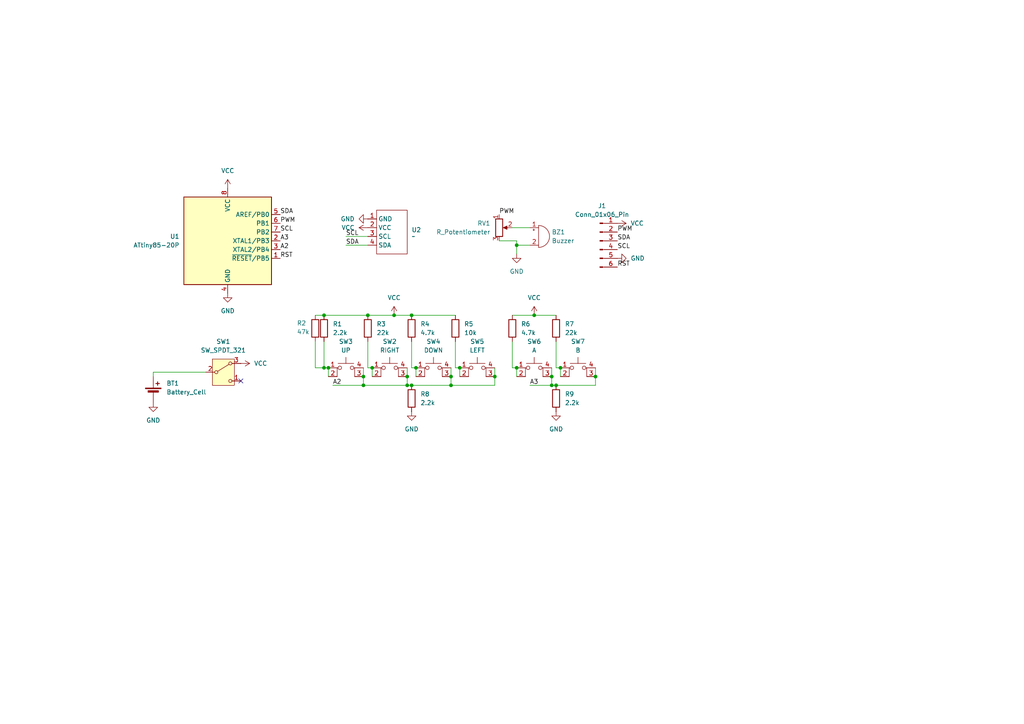
<source format=kicad_sch>
(kicad_sch (version 20231120) (generator "eeschema") (generator_version "8.0")
  (paper "A4")
  (lib_symbols
    (symbol "Connector:Conn_01x06_Pin" (pin_names (offset 1.016) hide)
      (property "Reference" "J" (at 0 7.62 0))
      (property "Value" "Conn_01x06_Pin" (at 0 -10.16 0))
      (symbol "Conn_01x06_Pin_1_1"
        (polyline (pts (xy 1.27 -7.62) (xy 0.8636 -7.62)) (stroke (width 0.1524)))
        (polyline (pts (xy 1.27 -5.08) (xy 0.8636 -5.08)) (stroke (width 0.1524)))
        (polyline (pts (xy 1.27 -2.54) (xy 0.8636 -2.54)) (stroke (width 0.1524)))
        (polyline (pts (xy 1.27 0) (xy 0.8636 0)) (stroke (width 0.1524)))
        (polyline (pts (xy 1.27 2.54) (xy 0.8636 2.54)) (stroke (width 0.1524)))
        (polyline (pts (xy 1.27 5.08) (xy 0.8636 5.08)) (stroke (width 0.1524)))
        (rectangle (start 0.8636 -7.493) (end 0 -7.747) (stroke (width 0.1524)) (fill (type outline)))
        (rectangle (start 0.8636 -4.953) (end 0 -5.207) (stroke (width 0.1524)) (fill (type outline)))
        (rectangle (start 0.8636 -2.413) (end 0 -2.667) (stroke (width 0.1524)) (fill (type outline)))
        (rectangle (start 0.8636 0.127) (end 0 -0.127) (stroke (width 0.1524)) (fill (type outline)))
        (rectangle (start 0.8636 2.667) (end 0 2.413) (stroke (width 0.1524)) (fill (type outline)))
        (rectangle (start 0.8636 5.207) (end 0 4.953) (stroke (width 0.1524)) (fill (type outline)))
        (pin passive line (at 5.08 5.08 180) (length 3.81) (name "Pin_1") (number "1"))
        (pin passive line (at 5.08 2.54 180) (length 3.81) (name "Pin_2") (number "2"))
        (pin passive line (at 5.08 0 180) (length 3.81) (name "Pin_3") (number "3"))
        (pin passive line (at 5.08 -2.54 180) (length 3.81) (name "Pin_4") (number "4"))
        (pin passive line (at 5.08 -5.08 180) (length 3.81) (name "Pin_5") (number "5"))
        (pin passive line (at 5.08 -7.62 180) (length 3.81) (name "Pin_6") (number "6"))
      )
    )
    (symbol "Device:Battery_Cell" (pin_numbers hide) (pin_names (offset 0) hide)
      (property "Reference" "BT" (at 2.54 2.54 0))
      (property "Value" "Battery_Cell" (at 2.54 0 0))
      (symbol "Battery_Cell_0_1"
        (rectangle (start -2.286 1.778) (end 2.286 1.524) (fill (type outline)))
        (rectangle (start -1.524 1.016) (end 1.524 0.508) (fill (type outline)))
        (polyline (pts (xy 0 0.762) (xy 0 0)))
        (polyline (pts (xy 0 1.778) (xy 0 2.54)))
        (polyline (pts (xy 0.762 3.048) (xy 1.778 3.048)) (stroke (width 0.254)))
        (polyline (pts (xy 1.27 3.556) (xy 1.27 2.54)) (stroke (width 0.254)))
      )
      (symbol "Battery_Cell_1_1"
        (pin passive line (at 0 5.08 270) (length 2.54) (name "+") (number "1"))
        (pin passive line (at 0 -2.54 90) (length 2.54) (name "-") (number "2"))
      )
    )
    (symbol "Device:Buzzer" (pin_names (offset 0.0254) hide)
      (property "Reference" "BZ" (at 3.81 1.27 0))
      (property "Value" "Buzzer" (at 3.81 -1.27 0))
      (symbol "Buzzer_0_1"
        (arc (start 0 -3.175) (mid 3.1612 0) (end 0 3.175))
        (polyline (pts (xy -1.651 1.905) (xy -1.143 1.905)))
        (polyline (pts (xy -1.397 2.159) (xy -1.397 1.651)))
        (polyline (pts (xy 0 3.175) (xy 0 -3.175)))
      )
      (symbol "Buzzer_1_1"
        (pin passive line (at -2.54 2.54 0) (length 2.54) (name "+") (number "1"))
        (pin passive line (at -2.54 -2.54 0) (length 2.54) (name "-") (number "2"))
      )
    )
    (symbol "Device:R" (pin_numbers hide) (pin_names (offset 0))
      (property "Reference" "R" (at 2.032 0 90))
      (property "Value" "R" (at 0 0 90))
      (symbol "R_0_1"
        (rectangle (start -1.016 -2.54) (end 1.016 2.54) (stroke (width 0.254)))
      )
      (symbol "R_1_1"
        (pin passive line (at 0 3.81 270) (length 1.27) (name "~") (number "1"))
        (pin passive line (at 0 -3.81 90) (length 1.27) (name "~") (number "2"))
      )
    )
    (symbol "Device:R_Potentiometer" (pin_names (offset 1.016) hide)
      (property "Reference" "RV" (at -4.445 0 90))
      (property "Value" "R_Potentiometer" (at -2.54 0 90))
      (symbol "R_Potentiometer_0_1"
        (polyline (pts (xy 2.54 0) (xy 1.524 0)))
        (polyline (pts (xy 1.143 0) (xy 2.286 0.508) (xy 2.286 -0.508) (xy 1.143 0)) (fill (type outline)))
        (rectangle (start 1.016 2.54) (end -1.016 -2.54) (stroke (width 0.254)))
      )
      (symbol "R_Potentiometer_1_1"
        (pin passive line (at 0 3.81 270) (length 1.27) (name "1") (number "1"))
        (pin passive line (at 3.81 0 180) (length 1.27) (name "2") (number "2"))
        (pin passive line (at 0 -3.81 90) (length 1.27) (name "3") (number "3"))
      )
    )
    (symbol "MCU_Microchip_ATtiny:ATtiny85-20P"
      (property "Reference" "U" (at -12.7 13.97 0))
      (property "Value" "ATtiny85-20P" (at 2.54 -13.97 0))
      (symbol "ATtiny85-20P_0_1"
        (rectangle (start -12.7 -12.7) (end 12.7 12.7) (stroke (width 0.254)) (fill (type background)))
      )
      (symbol "ATtiny85-20P_1_1"
        (pin bidirectional line (at 15.24 -5.08 180) (length 2.54) (name "~{RESET}/PB5") (number "1"))
        (pin bidirectional line (at 15.24 0 180) (length 2.54) (name "XTAL1/PB3") (number "2"))
        (pin bidirectional line (at 15.24 -2.54 180) (length 2.54) (name "XTAL2/PB4") (number "3"))
        (pin power_in line (at 0 -15.24 90) (length 2.54) (name "GND") (number "4"))
        (pin bidirectional line (at 15.24 7.62 180) (length 2.54) (name "AREF/PB0") (number "5"))
        (pin bidirectional line (at 15.24 5.08 180) (length 2.54) (name "PB1") (number "6"))
        (pin bidirectional line (at 15.24 2.54 180) (length 2.54) (name "PB2") (number "7"))
        (pin power_in line (at 0 15.24 270) (length 2.54) (name "VCC") (number "8"))
      )
    )
    (symbol "Switch:SW_MEC_5E" (pin_names (offset 1.016) hide)
      (property "Reference" "SW" (at 0.635 5.715 0))
      (property "Value" "SW_MEC_5E" (at 0 -3.175 0))
      (symbol "SW_MEC_5E_0_1"
        (circle (center -1.778 2.54) (radius 0.508))
        (polyline (pts (xy -2.286 3.81) (xy 2.286 3.81)))
        (polyline (pts (xy 0 3.81) (xy 0 5.588)))
        (polyline (pts (xy -2.54 0) (xy -2.54 2.54) (xy -2.286 2.54)))
        (polyline (pts (xy 2.54 0) (xy 2.54 2.54) (xy 2.286 2.54)))
        (circle (center 1.778 2.54) (radius 0.508))
        (pin passive line (at -5.08 2.54 0) (length 2.54) (name "1") (number "1"))
        (pin passive line (at -5.08 0 0) (length 2.54) (name "2") (number "2"))
        (pin passive line (at 5.08 0 180) (length 2.54) (name "K") (number "3"))
        (pin passive line (at 5.08 2.54 180) (length 2.54) (name "A") (number "4"))
      )
    )
    (symbol "Switch:SW_SPDT_321" (pin_names (offset 1) hide)
      (property "Reference" "SW" (at 0 5.08 0))
      (property "Value" "SW_SPDT_321" (at 0 -5.08 0))
      (symbol "SW_SPDT_321_0_1"
        (circle (center -2.032 0) (radius 0.4572))
        (polyline (pts (xy -1.651 0.254) (xy 1.651 2.286)))
        (circle (center 2.032 -2.54) (radius 0.4572))
        (circle (center 2.032 2.54) (radius 0.4572))
      )
      (symbol "SW_SPDT_321_1_1"
        (rectangle (start -3.175 3.81) (end 3.175 -3.81) (fill (type background)))
        (pin passive line (at 5.08 -2.54 180) (length 2.54) (name "C") (number "1"))
        (pin passive line (at -5.08 0 0) (length 2.54) (name "B") (number "2"))
        (pin passive line (at 5.08 2.54 180) (length 2.54) (name "A") (number "3"))
      )
    )
    (symbol "display:oled_0.96"
      (property "Reference" "U" (at 0 0 0))
      (symbol "oled_0.96_0_1"
        (rectangle (start -3.81 -1.27) (end 5.08 -13.97))
      )
      (symbol "oled_0.96_1_1"
        (pin power_in line (at -6.35 -3.81 0) (length 2.54) (name "GND") (number "1"))
        (pin power_in line (at -6.35 -6.35 0) (length 2.54) (name "VCC") (number "2"))
        (pin bidirectional line (at -6.35 -8.89 0) (length 2.54) (name "SCL") (number "3"))
        (pin bidirectional line (at -6.35 -11.43 0) (length 2.54) (name "SDA") (number "4"))
      )
    )
    (symbol "power:GND" (power) (pin_numbers hide) (pin_names (offset 0) hide)
      (property "Value" "GND" (at 0 -3.81 0))
      (symbol "GND_0_1"
        (polyline (pts (xy 0 0) (xy 0 -1.27) (xy 1.27 -1.27) (xy 0 -2.54) (xy -1.27 -1.27) (xy 0 -1.27)))
      )
      (symbol "GND_1_1"
        (pin power_in line (at 0 0 270) (length 0) (name "~") (number "1"))
      )
    )
    (symbol "power:VCC" (power) (pin_numbers hide) (pin_names (offset 0) hide)
      (property "Value" "VCC" (at 0 3.556 0))
      (symbol "VCC_0_1"
        (polyline (pts (xy -0.762 1.27) (xy 0 2.54)))
        (polyline (pts (xy 0 0) (xy 0 2.54)))
        (polyline (pts (xy 0 2.54) (xy 0.762 1.27)))
      )
      (symbol "VCC_1_1"
        (pin power_in line (at 0 0 90) (length 0) (name "~") (number "1"))
      )
    )
  )
  (junction (at 149.86 106.68))
  (junction (at 93.98 106.68))
  (junction (at 106.68 91.44))
  (junction (at 95.25 106.68))
  (junction (at 172.72 109.22))
  (junction (at 160.02 111.76))
  (junction (at 114.3 91.44))
  (junction (at 143.51 109.22))
  (junction (at 93.98 91.44))
  (junction (at 105.41 109.22))
  (junction (at 161.29 111.76))
  (junction (at 107.95 106.68))
  (junction (at 149.86 71.12))
  (junction (at 120.65 106.68))
  (junction (at 162.56 106.68))
  (junction (at 133.35 106.68))
  (junction (at 119.38 91.44))
  (junction (at 154.94 91.44))
  (junction (at 118.11 111.76))
  (junction (at 105.41 111.76))
  (junction (at 119.38 111.76))
  (junction (at 118.11 109.22))
  (junction (at 130.81 111.76))
  (junction (at 130.81 109.22))
  (junction (at 160.02 109.22))
  (no_connect (at 69.85 110.49))
  (wire (pts (xy 95.25 106.68) (xy 95.25 109.22)))
  (wire (pts (xy 118.11 111.76) (xy 119.38 111.76)))
  (wire (pts (xy 149.86 106.68) (xy 149.86 109.22)))
  (wire (pts (xy 119.38 91.44) (xy 132.08 91.44)))
  (wire (pts (xy 120.65 106.68) (xy 120.65 109.22)))
  (wire (pts (xy 161.29 99.06) (xy 161.29 106.68)))
  (wire (pts (xy 93.98 99.06) (xy 93.98 106.68)))
  (wire (pts (xy 100.33 71.12) (xy 106.68 71.12)))
  (wire (pts (xy 148.59 106.68) (xy 149.86 106.68)))
  (wire (pts (xy 130.81 111.76) (xy 143.51 111.76)))
  (wire (pts (xy 148.59 91.44) (xy 154.94 91.44)))
  (wire (pts (xy 105.41 109.22) (xy 105.41 111.76)))
  (wire (pts (xy 133.35 106.68) (xy 133.35 109.22)))
  (wire (pts (xy 93.98 91.44) (xy 106.68 91.44)))
  (wire (pts (xy 93.98 106.68) (xy 95.25 106.68)))
  (wire (pts (xy 130.81 111.76) (xy 130.81 109.22)))
  (wire (pts (xy 160.02 106.68) (xy 160.02 109.22)))
  (wire (pts (xy 96.52 111.76) (xy 105.41 111.76)))
  (wire (pts (xy 105.41 111.76) (xy 118.11 111.76)))
  (wire (pts (xy 143.51 106.68) (xy 143.51 109.22)))
  (wire (pts (xy 132.08 99.06) (xy 132.08 106.68)))
  (wire (pts (xy 143.51 111.76) (xy 143.51 109.22)))
  (wire (pts (xy 106.68 91.44) (xy 114.3 91.44)))
  (wire (pts (xy 44.45 107.95) (xy 59.69 107.95)))
  (wire (pts (xy 153.67 71.12) (xy 149.86 71.12)))
  (wire (pts (xy 153.67 111.76) (xy 160.02 111.76)))
  (wire (pts (xy 106.68 106.68) (xy 107.95 106.68)))
  (wire (pts (xy 118.11 106.68) (xy 118.11 109.22)))
  (wire (pts (xy 160.02 111.76) (xy 160.02 109.22)))
  (wire (pts (xy 172.72 106.68) (xy 172.72 109.22)))
  (wire (pts (xy 114.3 91.44) (xy 119.38 91.44)))
  (wire (pts (xy 161.29 111.76) (xy 172.72 111.76)))
  (wire (pts (xy 119.38 111.76) (xy 130.81 111.76)))
  (wire (pts (xy 162.56 106.68) (xy 162.56 109.22)))
  (wire (pts (xy 107.95 106.68) (xy 107.95 109.22)))
  (wire (pts (xy 149.86 71.12) (xy 149.86 73.66)))
  (wire (pts (xy 118.11 111.76) (xy 118.11 109.22)))
  (wire (pts (xy 149.86 69.85) (xy 149.86 71.12)))
  (wire (pts (xy 119.38 106.68) (xy 120.65 106.68)))
  (wire (pts (xy 119.38 99.06) (xy 119.38 106.68)))
  (wire (pts (xy 105.41 106.68) (xy 105.41 109.22)))
  (wire (pts (xy 154.94 91.44) (xy 161.29 91.44)))
  (wire (pts (xy 148.59 66.04) (xy 153.67 66.04)))
  (wire (pts (xy 132.08 106.68) (xy 133.35 106.68)))
  (wire (pts (xy 100.33 68.58) (xy 106.68 68.58)))
  (wire (pts (xy 91.44 91.44) (xy 93.98 91.44)))
  (wire (pts (xy 91.44 106.68) (xy 93.98 106.68)))
  (wire (pts (xy 130.81 106.68) (xy 130.81 109.22)))
  (wire (pts (xy 106.68 99.06) (xy 106.68 106.68)))
  (wire (pts (xy 91.44 99.06) (xy 91.44 106.68)))
  (wire (pts (xy 148.59 99.06) (xy 148.59 106.68)))
  (wire (pts (xy 172.72 111.76) (xy 172.72 109.22)))
  (wire (pts (xy 161.29 111.76) (xy 160.02 111.76)))
  (wire (pts (xy 161.29 106.68) (xy 162.56 106.68)))
  (wire (pts (xy 144.78 69.85) (xy 149.86 69.85)))
  (wire (pts (xy 44.45 109.22) (xy 44.45 107.95)))
  (label "A2" (at 96.52 111.76 0))
  (label "PWM" (at 144.78 62.23 0))
  (label "RST" (at 81.28 74.93 0))
  (label "RST" (at 179.07 77.47 0))
  (label "SCL" (at 100.33 68.58 0))
  (label "SDA" (at 81.28 62.23 0))
  (label "A3" (at 153.67 111.76 0))
  (label "PWM" (at 179.07 67.31 0))
  (label "SDA" (at 179.07 69.85 0))
  (label "SCL" (at 179.07 72.39 0))
  (label "PWM" (at 81.28 64.77 0))
  (label "SCL" (at 81.28 67.31 0))
  (label "A3" (at 81.28 69.85 0))
  (label "A2" (at 81.28 72.39 0))
  (label "SDA" (at 100.33 71.12 0))
  (symbol (lib_id "Device:R") (at 119.38 95.25 0) (unit 1)
    (property "Reference" "R4" (at 121.92 93.9799 0) (effects (justify left)))
    (property "Value" "4.7k" (at 121.92 96.5199 0) (effects (justify left)))
    (property "Footprint" "Resistor_THT:R_Axial_DIN0207_L6.3mm_D2.5mm_P10.16mm_Horizontal" (effects (hide yes)))
    (property "Description" "Resistor" (effects (hide yes)))
  )
  (symbol (lib_id "Switch:SW_MEC_5E") (at 167.64 109.22 0) (unit 1)
    (property "Reference" "SW7" (at 167.64 99.06 0))
    (property "Value" "B" (at 167.64 101.6 0))
    (property "Footprint" "custom:button_tactile_silicone" (effects (hide yes)))
    (property "Datasheet" "http://www.apem.com/int/index.php?controller=attachment&id_attachment=1371" (effects (hide yes)))
    (property "Description" "MEC 5E single pole normally-open tactile switch" (effects (hide yes)))
  )
  (symbol (lib_id "Switch:SW_MEC_5E") (at 113.03 109.22 0) (unit 1)
    (property "Reference" "SW2" (at 113.03 99.06 0))
    (property "Value" "RIGHT" (at 113.03 101.6 0))
    (property "Footprint" "custom:button_tactile_silicone" (effects (hide yes)))
    (property "Datasheet" "http://www.apem.com/int/index.php?controller=attachment&id_attachment=1371" (effects (hide yes)))
    (property "Description" "MEC 5E single pole normally-open tactile switch" (effects (hide yes)))
  )
  (symbol (lib_id "power:GND") (at 179.07 74.93 90) (unit 1)
    (property "Reference" "#PWR012" (effects (hide yes)))
    (property "Value" "GND" (at 182.88 74.9299 90) (effects (justify right)))
    (property "Description" "Power symbol creates a global label with name \"GND\" , ground" (effects (hide yes)))
  )
  (symbol (lib_id "display:oled_0.96") (at 113.03 59.69 0) (unit 1)
    (property "Reference" "U2" (at 119.38 66.6749 0) (effects (justify left)))
    (property "Value" "~" (at 119.38 68.58 0) (effects (justify left)))
    (property "Footprint" "custom:OLED_0.96" (effects (hide yes)))
  )
  (symbol (lib_id "Device:Battery_Cell") (at 44.45 114.3 0) (unit 1)
    (property "Reference" "BT1" (at 48.26 111.1884 0) (effects (justify left)))
    (property "Value" "Battery_Cell" (at 48.26 113.7284 0) (effects (justify left)))
    (property "Footprint" "Battery:Battery_Panasonic_CR2032-HFN_Horizontal_CircularHoles" (effects (hide yes)))
    (property "Description" "Single-cell battery" (effects (hide yes)))
  )
  (symbol (lib_id "power:GND") (at 161.29 119.38 0) (unit 1)
    (property "Reference" "#PWR010" (effects (hide yes)))
    (property "Value" "GND" (at 161.29 124.46 0))
    (property "Description" "Power symbol creates a global label with name \"GND\" , ground" (effects (hide yes)))
  )
  (symbol (lib_id "Connector:Conn_01x06_Pin") (at 173.99 69.85 0) (unit 1)
    (property "Reference" "J1" (at 174.625 59.69 0))
    (property "Value" "Conn_01x06_Pin" (at 174.625 62.23 0))
    (property "Footprint" "Connector_PinHeader_2.54mm:PinHeader_1x06_P2.54mm_Vertical" (effects (hide yes)))
    (property "Description" "Generic connector, single row, 01x06, script generated" (effects (hide yes)))
  )
  (symbol (lib_id "power:VCC") (at 66.04 54.61 0) (unit 1)
    (property "Reference" "#PWR01" (effects (hide yes)))
    (property "Value" "VCC" (at 66.04 49.53 0))
    (property "Description" "Power symbol creates a global label with name \"VCC\"" (effects (hide yes)))
  )
  (symbol (lib_id "power:VCC") (at 114.3 91.44 0) (unit 1)
    (property "Reference" "#PWR07" (effects (hide yes)))
    (property "Value" "VCC" (at 114.3 86.36 0))
    (property "Description" "Power symbol creates a global label with name \"VCC\"" (effects (hide yes)))
  )
  (symbol (lib_id "power:VCC") (at 69.85 105.41 270) (unit 1)
    (property "Reference" "#PWR04" (effects (hide yes)))
    (property "Value" "VCC" (at 73.66 105.4099 90) (effects (justify left)))
    (property "Description" "Power symbol creates a global label with name \"VCC\"" (effects (hide yes)))
  )
  (symbol (lib_id "Device:R") (at 132.08 95.25 0) (unit 1)
    (property "Reference" "R5" (at 134.62 93.9799 0) (effects (justify left)))
    (property "Value" "10k" (at 134.62 96.5199 0) (effects (justify left)))
    (property "Footprint" "Resistor_THT:R_Axial_DIN0207_L6.3mm_D2.5mm_P10.16mm_Horizontal" (effects (hide yes)))
    (property "Description" "Resistor" (effects (hide yes)))
  )
  (symbol (lib_id "Device:Buzzer") (at 156.21 68.58 0) (unit 1)
    (property "Reference" "BZ1" (at 160.02 67.3099 0) (effects (justify left)))
    (property "Value" "Buzzer" (at 160.02 69.8499 0) (effects (justify left)))
    (property "Footprint" "Buzzer_Beeper:MagneticBuzzer_ProSignal_ABT-410-RC" (effects (hide yes)))
    (property "Description" "Buzzer, polarized" (effects (hide yes)))
  )
  (symbol (lib_id "Switch:SW_MEC_5E") (at 100.33 109.22 0) (unit 1)
    (property "Reference" "SW3" (at 100.33 99.06 0))
    (property "Value" "UP" (at 100.33 101.6 0))
    (property "Footprint" "custom:button_tactile_silicone" (effects (hide yes)))
    (property "Datasheet" "http://www.apem.com/int/index.php?controller=attachment&id_attachment=1371" (effects (hide yes)))
    (property "Description" "MEC 5E single pole normally-open tactile switch" (effects (hide yes)))
  )
  (symbol (lib_id "power:VCC") (at 154.94 91.44 0) (unit 1)
    (property "Reference" "#PWR08" (effects (hide yes)))
    (property "Value" "VCC" (at 154.94 86.36 0))
    (property "Description" "Power symbol creates a global label with name \"VCC\"" (effects (hide yes)))
  )
  (symbol (lib_id "Device:R_Potentiometer") (at 144.78 66.04 0) (unit 1)
    (property "Reference" "RV1" (at 142.24 64.7699 0) (effects (justify right)))
    (property "Value" "R_Potentiometer" (at 142.24 67.3099 0) (effects (justify right)))
    (property "Footprint" "custom:Gear Dial Potentiometer" (effects (hide yes)))
    (property "Description" "Potentiometer" (effects (hide yes)))
  )
  (symbol (lib_id "power:GND") (at 106.68 63.5 270) (unit 1)
    (property "Reference" "#PWR05" (effects (hide yes)))
    (property "Value" "GND" (at 102.87 63.4999 90) (effects (justify right)))
    (property "Description" "Power symbol creates a global label with name \"GND\" , ground" (effects (hide yes)))
  )
  (symbol (lib_id "power:VCC") (at 179.07 64.77 270) (unit 1)
    (property "Reference" "#PWR013" (effects (hide yes)))
    (property "Value" "VCC" (at 182.88 64.7699 90) (effects (justify left)))
    (property "Description" "Power symbol creates a global label with name \"VCC\"" (effects (hide yes)))
  )
  (symbol (lib_id "power:GND") (at 119.38 119.38 0) (unit 1)
    (property "Reference" "#PWR09" (effects (hide yes)))
    (property "Value" "GND" (at 119.38 124.46 0))
    (property "Description" "Power symbol creates a global label with name \"GND\" , ground" (effects (hide yes)))
  )
  (symbol (lib_id "power:GND") (at 44.45 116.84 0) (unit 1)
    (property "Reference" "#PWR03" (effects (hide yes)))
    (property "Value" "GND" (at 44.45 121.92 0))
    (property "Description" "Power symbol creates a global label with name \"GND\" , ground" (effects (hide yes)))
  )
  (symbol (lib_id "Device:R") (at 91.44 95.25 0) (unit 1)
    (property "Reference" "R2" (at 86.106 93.726 0) (effects (justify left)))
    (property "Value" "47k" (at 86.106 96.266 0) (effects (justify left)))
    (property "Footprint" "Resistor_THT:R_Axial_DIN0207_L6.3mm_D2.5mm_P10.16mm_Horizontal" (effects (hide yes)))
    (property "Description" "Resistor" (effects (hide yes)))
  )
  (symbol (lib_id "MCU_Microchip_ATtiny:ATtiny85-20P") (at 66.04 69.85 0) (unit 1)
    (property "Reference" "U1" (at 52.07 68.5799 0) (effects (justify right)))
    (property "Value" "ATtiny85-20P" (at 52.07 71.1199 0) (effects (justify right)))
    (property "Footprint" "Package_DIP:DIP-8_W7.62mm" (effects (hide yes)))
    (property "Datasheet" "http://ww1.microchip.com/downloads/en/DeviceDoc/atmel-2586-avr-8-bit-microcontroller-attiny25-attiny45-attiny85_datasheet.pdf" (effects (hide yes)))
    (property "Description" "20MHz, 8kB Flash, 512B SRAM, 512B EEPROM, debugWIRE, DIP-8" (effects (hide yes)))
  )
  (symbol (lib_id "Switch:SW_SPDT_321") (at 64.77 107.95 0) (unit 1)
    (property "Reference" "SW1" (at 64.77 99.06 0))
    (property "Value" "SW_SPDT_321" (at 64.77 101.6 0))
    (property "Footprint" "Button_Switch_THT:SW_Slide_SPDT_Angled_CK_OS102011MA1Q" (effects (hide yes)))
    (property "Description" "Switch, single pole double throw" (effects (hide yes)))
  )
  (symbol (lib_id "Device:R") (at 148.59 95.25 0) (unit 1)
    (property "Reference" "R6" (at 151.13 93.9799 0) (effects (justify left)))
    (property "Value" "4.7k" (at 151.13 96.5199 0) (effects (justify left)))
    (property "Footprint" "Resistor_THT:R_Axial_DIN0207_L6.3mm_D2.5mm_P10.16mm_Horizontal" (effects (hide yes)))
    (property "Description" "Resistor" (effects (hide yes)))
  )
  (symbol (lib_id "power:GND") (at 149.86 73.66 0) (unit 1)
    (property "Reference" "#PWR011" (effects (hide yes)))
    (property "Value" "GND" (at 149.86 78.74 0))
    (property "Description" "Power symbol creates a global label with name \"GND\" , ground" (effects (hide yes)))
  )
  (symbol (lib_id "Device:R") (at 106.68 95.25 0) (unit 1)
    (property "Reference" "R3" (at 109.22 93.9799 0) (effects (justify left)))
    (property "Value" "22k" (at 109.22 96.5199 0) (effects (justify left)))
    (property "Footprint" "Resistor_THT:R_Axial_DIN0207_L6.3mm_D2.5mm_P10.16mm_Horizontal" (effects (hide yes)))
    (property "Description" "Resistor" (effects (hide yes)))
  )
  (symbol (lib_id "Switch:SW_MEC_5E") (at 125.73 109.22 0) (unit 1)
    (property "Reference" "SW4" (at 125.73 99.06 0))
    (property "Value" "DOWN" (at 125.73 101.6 0))
    (property "Footprint" "custom:button_tactile_silicone" (effects (hide yes)))
    (property "Datasheet" "http://www.apem.com/int/index.php?controller=attachment&id_attachment=1371" (effects (hide yes)))
    (property "Description" "MEC 5E single pole normally-open tactile switch" (effects (hide yes)))
  )
  (symbol (lib_id "power:VCC") (at 106.68 66.04 90) (unit 1)
    (property "Reference" "#PWR06" (effects (hide yes)))
    (property "Value" "VCC" (at 102.87 66.0399 90) (effects (justify left)))
    (property "Description" "Power symbol creates a global label with name \"VCC\"" (effects (hide yes)))
  )
  (symbol (lib_id "power:GND") (at 66.04 85.09 0) (unit 1)
    (property "Reference" "#PWR02" (effects (hide yes)))
    (property "Value" "GND" (at 66.04 90.17 0))
    (property "Description" "Power symbol creates a global label with name \"GND\" , ground" (effects (hide yes)))
  )
  (symbol (lib_id "Device:R") (at 161.29 115.57 0) (unit 1)
    (property "Reference" "R9" (at 163.83 114.2999 0) (effects (justify left)))
    (property "Value" "2.2k" (at 163.83 116.8399 0) (effects (justify left)))
    (property "Footprint" "Resistor_THT:R_Axial_DIN0207_L6.3mm_D2.5mm_P10.16mm_Horizontal" (effects (hide yes)))
    (property "Description" "Resistor" (effects (hide yes)))
  )
  (symbol (lib_id "Device:R") (at 93.98 95.25 0) (unit 1)
    (property "Reference" "R1" (at 96.52 93.9799 0) (effects (justify left)))
    (property "Value" "2.2k" (at 96.52 96.5199 0) (effects (justify left)))
    (property "Footprint" "Resistor_THT:R_Axial_DIN0207_L6.3mm_D2.5mm_P10.16mm_Horizontal" (effects (hide yes)))
    (property "Description" "Resistor" (effects (hide yes)))
  )
  (symbol (lib_id "Switch:SW_MEC_5E") (at 138.43 109.22 0) (unit 1)
    (property "Reference" "SW5" (at 138.43 99.06 0))
    (property "Value" "LEFT" (at 138.43 101.6 0))
    (property "Footprint" "custom:button_tactile_silicone" (effects (hide yes)))
    (property "Datasheet" "http://www.apem.com/int/index.php?controller=attachment&id_attachment=1371" (effects (hide yes)))
    (property "Description" "MEC 5E single pole normally-open tactile switch" (effects (hide yes)))
  )
  (symbol (lib_id "Device:R") (at 161.29 95.25 0) (unit 1)
    (property "Reference" "R7" (at 163.83 93.9799 0) (effects (justify left)))
    (property "Value" "22k" (at 163.83 96.5199 0) (effects (justify left)))
    (property "Footprint" "Resistor_THT:R_Axial_DIN0207_L6.3mm_D2.5mm_P10.16mm_Horizontal" (effects (hide yes)))
    (property "Description" "Resistor" (effects (hide yes)))
  )
  (symbol (lib_id "Switch:SW_MEC_5E") (at 154.94 109.22 0) (unit 1)
    (property "Reference" "SW6" (at 154.94 99.06 0))
    (property "Value" "A" (at 154.94 101.6 0))
    (property "Footprint" "custom:button_tactile_silicone" (effects (hide yes)))
    (property "Datasheet" "http://www.apem.com/int/index.php?controller=attachment&id_attachment=1371" (effects (hide yes)))
    (property "Description" "MEC 5E single pole normally-open tactile switch" (effects (hide yes)))
  )
  (symbol (lib_id "Device:R") (at 119.38 115.57 0) (unit 1)
    (property "Reference" "R8" (at 121.92 114.2999 0) (effects (justify left)))
    (property "Value" "2.2k" (at 121.92 116.8399 0) (effects (justify left)))
    (property "Footprint" "Resistor_THT:R_Axial_DIN0207_L6.3mm_D2.5mm_P10.16mm_Horizontal" (effects (hide yes)))
    (property "Description" "Resistor" (effects (hide yes)))
  )
)
</source>
